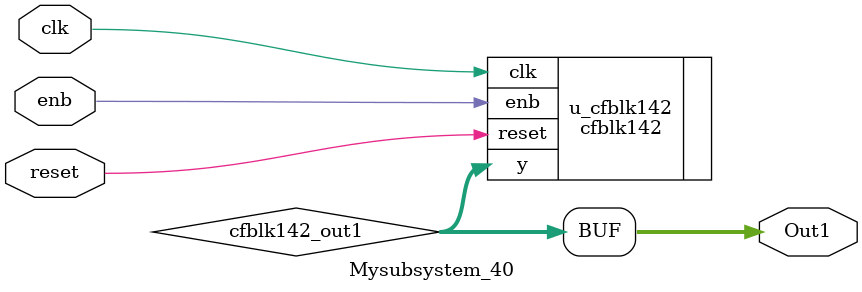
<source format=v>



`timescale 1 ns / 1 ns

module Mysubsystem_40
          (clk,
           reset,
           enb,
           Out1);


  input   clk;
  input   reset;
  input   enb;
  output  [7:0] Out1;  // uint8


  wire [7:0] cfblk142_out1;  // uint8


  cfblk142 u_cfblk142 (.clk(clk),
                       .reset(reset),
                       .enb(enb),
                       .y(cfblk142_out1)  // uint8
                       );

  assign Out1 = cfblk142_out1;

endmodule  // Mysubsystem_40


</source>
